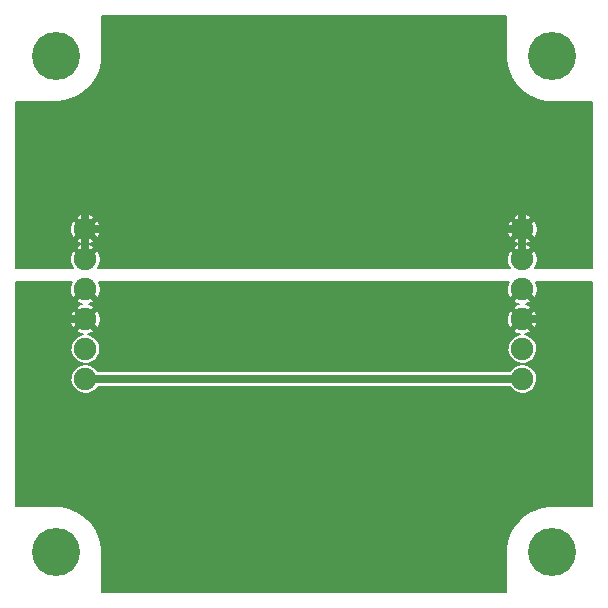
<source format=gbl>
G04 (created by PCBNEW (2013-01-02 BZR 3881)-testing) date Wed 02 Jan 2013 08:30:19 PM CET*
%MOIN*%
G04 Gerber Fmt 3.4, Leading zero omitted, Abs format*
%FSLAX34Y34*%
G01*
G70*
G90*
G04 APERTURE LIST*
%ADD10C,2.3622e-06*%
%ADD11C,0.16*%
%ADD12R,0.025X0.025*%
%ADD13C,0.075*%
%ADD14C,0.025*%
%ADD15C,0.028*%
%ADD16C,0.00787402*%
%ADD17C,0.008*%
G04 APERTURE END LIST*
G54D10*
G54D11*
X42520Y-38976D03*
G54D12*
X34054Y-43936D03*
X34448Y-43936D03*
X34408Y-43621D03*
X34094Y-43621D03*
X34251Y-43818D03*
X34251Y-44015D03*
G54D13*
X41535Y-47744D03*
X41535Y-46744D03*
X41535Y-48744D03*
X41535Y-49744D03*
X41535Y-45744D03*
X41535Y-44744D03*
X26969Y-46744D03*
X26969Y-47744D03*
X26969Y-45744D03*
X26969Y-44744D03*
X26969Y-48744D03*
X26969Y-49744D03*
G54D11*
X25984Y-55512D03*
X42520Y-55512D03*
X25984Y-38976D03*
G54D14*
X37401Y-49744D03*
X36076Y-42983D03*
X34802Y-41929D03*
X36950Y-43926D03*
X35950Y-43926D03*
X42894Y-41339D03*
X26358Y-41339D03*
X42894Y-42421D03*
X26358Y-42421D03*
G54D15*
X37401Y-49744D02*
X37401Y-49744D01*
X26969Y-49744D02*
X37401Y-49744D01*
X37401Y-49744D02*
X41535Y-49744D01*
X36079Y-42980D02*
X36080Y-42980D01*
X36076Y-42983D02*
X36079Y-42980D01*
X34800Y-41932D02*
X34800Y-41940D01*
X34802Y-41929D02*
X34800Y-41932D01*
X36944Y-43920D02*
X36940Y-43920D01*
X36950Y-43926D02*
X36944Y-43920D01*
X35960Y-43920D02*
X35956Y-43920D01*
X35956Y-43920D02*
X35950Y-43926D01*
X42895Y-41340D02*
X42900Y-41340D01*
X42894Y-41339D02*
X42895Y-41340D01*
X26359Y-41340D02*
X26360Y-41340D01*
X26358Y-41339D02*
X26359Y-41340D01*
X34251Y-43818D02*
X34251Y-44744D01*
X34251Y-44744D02*
X34251Y-44685D01*
X26969Y-44744D02*
X34251Y-44744D01*
X34251Y-44744D02*
X41535Y-44744D01*
X41535Y-43780D02*
X41535Y-44744D01*
X42894Y-42421D02*
X41535Y-43780D01*
X26969Y-43032D02*
X26969Y-44744D01*
X26358Y-42421D02*
X26969Y-43032D01*
X26969Y-45744D02*
X26969Y-44744D01*
X41342Y-45551D02*
X41535Y-45744D01*
X41535Y-44744D02*
X41535Y-44724D01*
X41535Y-44744D02*
X41535Y-45744D01*
X26969Y-47744D02*
X26468Y-47744D01*
X42232Y-47744D02*
X41535Y-47744D01*
X42913Y-48425D02*
X42232Y-47744D01*
X42913Y-50590D02*
X42913Y-48425D01*
X41929Y-51574D02*
X42913Y-50590D01*
X26574Y-51574D02*
X41929Y-51574D01*
X25590Y-50590D02*
X26574Y-51574D01*
X25590Y-48622D02*
X25590Y-50590D01*
X26468Y-47744D02*
X25590Y-48622D01*
G54D10*
G36*
X43858Y-40503D02*
X43858Y-46023D01*
X41956Y-46023D01*
X41950Y-46018D01*
X41985Y-45996D01*
X42026Y-45904D01*
X42048Y-45805D01*
X42050Y-45704D01*
X42050Y-44704D01*
X42032Y-44605D01*
X41996Y-44511D01*
X41985Y-44491D01*
X41916Y-44448D01*
X41830Y-44534D01*
X41830Y-44362D01*
X41787Y-44293D01*
X41695Y-44252D01*
X41596Y-44230D01*
X41495Y-44228D01*
X41396Y-44246D01*
X41302Y-44282D01*
X41282Y-44293D01*
X41239Y-44362D01*
X41535Y-44658D01*
X41830Y-44362D01*
X41830Y-44534D01*
X41620Y-44744D01*
X41916Y-45039D01*
X41985Y-44996D01*
X42026Y-44904D01*
X42048Y-44805D01*
X42050Y-44704D01*
X42050Y-45704D01*
X42032Y-45605D01*
X41996Y-45511D01*
X41985Y-45491D01*
X41916Y-45448D01*
X41830Y-45534D01*
X41830Y-45362D01*
X41787Y-45293D01*
X41695Y-45252D01*
X41658Y-45244D01*
X41673Y-45241D01*
X41767Y-45205D01*
X41787Y-45194D01*
X41830Y-45125D01*
X41535Y-44829D01*
X41449Y-44915D01*
X41449Y-44744D01*
X41153Y-44448D01*
X41084Y-44491D01*
X41043Y-44583D01*
X41021Y-44682D01*
X41019Y-44783D01*
X41037Y-44882D01*
X41073Y-44976D01*
X41084Y-44996D01*
X41153Y-45039D01*
X41449Y-44744D01*
X41449Y-44915D01*
X41239Y-45125D01*
X41282Y-45194D01*
X41374Y-45235D01*
X41411Y-45243D01*
X41396Y-45246D01*
X41302Y-45282D01*
X41282Y-45293D01*
X41239Y-45362D01*
X41535Y-45658D01*
X41830Y-45362D01*
X41830Y-45534D01*
X41648Y-45716D01*
X41620Y-45744D01*
X41535Y-45829D01*
X41449Y-45744D01*
X41421Y-45716D01*
X41153Y-45448D01*
X41084Y-45491D01*
X41043Y-45583D01*
X41021Y-45682D01*
X41019Y-45783D01*
X41037Y-45882D01*
X41073Y-45976D01*
X41084Y-45996D01*
X41119Y-46018D01*
X41113Y-46023D01*
X27390Y-46023D01*
X27384Y-46018D01*
X27419Y-45996D01*
X27460Y-45904D01*
X27482Y-45805D01*
X27484Y-45704D01*
X27484Y-44704D01*
X27466Y-44605D01*
X27430Y-44511D01*
X27419Y-44491D01*
X27350Y-44448D01*
X27264Y-44534D01*
X27264Y-44362D01*
X27221Y-44293D01*
X27129Y-44252D01*
X27030Y-44230D01*
X26929Y-44228D01*
X26830Y-44246D01*
X26736Y-44282D01*
X26716Y-44293D01*
X26673Y-44362D01*
X26969Y-44658D01*
X27264Y-44362D01*
X27264Y-44534D01*
X27054Y-44744D01*
X27350Y-45039D01*
X27419Y-44996D01*
X27460Y-44904D01*
X27482Y-44805D01*
X27484Y-44704D01*
X27484Y-45704D01*
X27466Y-45605D01*
X27430Y-45511D01*
X27419Y-45491D01*
X27350Y-45448D01*
X27264Y-45534D01*
X27264Y-45362D01*
X27221Y-45293D01*
X27129Y-45252D01*
X27092Y-45244D01*
X27107Y-45241D01*
X27201Y-45205D01*
X27221Y-45194D01*
X27264Y-45125D01*
X26969Y-44829D01*
X26883Y-44915D01*
X26883Y-44744D01*
X26587Y-44448D01*
X26518Y-44491D01*
X26477Y-44583D01*
X26455Y-44682D01*
X26453Y-44783D01*
X26471Y-44882D01*
X26507Y-44976D01*
X26518Y-44996D01*
X26587Y-45039D01*
X26883Y-44744D01*
X26883Y-44915D01*
X26673Y-45125D01*
X26716Y-45194D01*
X26808Y-45235D01*
X26845Y-45243D01*
X26830Y-45246D01*
X26736Y-45282D01*
X26716Y-45293D01*
X26673Y-45362D01*
X26969Y-45658D01*
X27264Y-45362D01*
X27264Y-45534D01*
X27082Y-45716D01*
X27054Y-45744D01*
X26969Y-45829D01*
X26968Y-45829D01*
X26883Y-45744D01*
X26855Y-45716D01*
X26587Y-45448D01*
X26518Y-45491D01*
X26477Y-45583D01*
X26455Y-45682D01*
X26453Y-45783D01*
X26471Y-45882D01*
X26507Y-45976D01*
X26518Y-45996D01*
X26553Y-46018D01*
X26547Y-46023D01*
X24645Y-46023D01*
X24645Y-40503D01*
X25945Y-40503D01*
X26101Y-40507D01*
X26396Y-40455D01*
X26676Y-40346D01*
X26929Y-40186D01*
X27146Y-39979D01*
X27319Y-39734D01*
X27441Y-39460D01*
X27507Y-39168D01*
X27509Y-39015D01*
X27511Y-39015D01*
X27511Y-38869D01*
X27512Y-38826D01*
X27511Y-38823D01*
X27511Y-37637D01*
X40992Y-37637D01*
X40992Y-38926D01*
X40989Y-39104D01*
X41043Y-39399D01*
X41154Y-39677D01*
X41316Y-39929D01*
X41524Y-40145D01*
X41770Y-40316D01*
X42045Y-40436D01*
X42338Y-40500D01*
X42480Y-40503D01*
X42480Y-40503D01*
X42481Y-40503D01*
X42637Y-40507D01*
X42656Y-40503D01*
X43858Y-40503D01*
X43858Y-40503D01*
G37*
G54D16*
X43858Y-40503D02*
X43858Y-46023D01*
X41956Y-46023D01*
X41950Y-46018D01*
X41985Y-45996D01*
X42026Y-45904D01*
X42048Y-45805D01*
X42050Y-45704D01*
X42050Y-44704D01*
X42032Y-44605D01*
X41996Y-44511D01*
X41985Y-44491D01*
X41916Y-44448D01*
X41830Y-44534D01*
X41830Y-44362D01*
X41787Y-44293D01*
X41695Y-44252D01*
X41596Y-44230D01*
X41495Y-44228D01*
X41396Y-44246D01*
X41302Y-44282D01*
X41282Y-44293D01*
X41239Y-44362D01*
X41535Y-44658D01*
X41830Y-44362D01*
X41830Y-44534D01*
X41620Y-44744D01*
X41916Y-45039D01*
X41985Y-44996D01*
X42026Y-44904D01*
X42048Y-44805D01*
X42050Y-44704D01*
X42050Y-45704D01*
X42032Y-45605D01*
X41996Y-45511D01*
X41985Y-45491D01*
X41916Y-45448D01*
X41830Y-45534D01*
X41830Y-45362D01*
X41787Y-45293D01*
X41695Y-45252D01*
X41658Y-45244D01*
X41673Y-45241D01*
X41767Y-45205D01*
X41787Y-45194D01*
X41830Y-45125D01*
X41535Y-44829D01*
X41449Y-44915D01*
X41449Y-44744D01*
X41153Y-44448D01*
X41084Y-44491D01*
X41043Y-44583D01*
X41021Y-44682D01*
X41019Y-44783D01*
X41037Y-44882D01*
X41073Y-44976D01*
X41084Y-44996D01*
X41153Y-45039D01*
X41449Y-44744D01*
X41449Y-44915D01*
X41239Y-45125D01*
X41282Y-45194D01*
X41374Y-45235D01*
X41411Y-45243D01*
X41396Y-45246D01*
X41302Y-45282D01*
X41282Y-45293D01*
X41239Y-45362D01*
X41535Y-45658D01*
X41830Y-45362D01*
X41830Y-45534D01*
X41648Y-45716D01*
X41620Y-45744D01*
X41535Y-45829D01*
X41449Y-45744D01*
X41421Y-45716D01*
X41153Y-45448D01*
X41084Y-45491D01*
X41043Y-45583D01*
X41021Y-45682D01*
X41019Y-45783D01*
X41037Y-45882D01*
X41073Y-45976D01*
X41084Y-45996D01*
X41119Y-46018D01*
X41113Y-46023D01*
X27390Y-46023D01*
X27384Y-46018D01*
X27419Y-45996D01*
X27460Y-45904D01*
X27482Y-45805D01*
X27484Y-45704D01*
X27484Y-44704D01*
X27466Y-44605D01*
X27430Y-44511D01*
X27419Y-44491D01*
X27350Y-44448D01*
X27264Y-44534D01*
X27264Y-44362D01*
X27221Y-44293D01*
X27129Y-44252D01*
X27030Y-44230D01*
X26929Y-44228D01*
X26830Y-44246D01*
X26736Y-44282D01*
X26716Y-44293D01*
X26673Y-44362D01*
X26969Y-44658D01*
X27264Y-44362D01*
X27264Y-44534D01*
X27054Y-44744D01*
X27350Y-45039D01*
X27419Y-44996D01*
X27460Y-44904D01*
X27482Y-44805D01*
X27484Y-44704D01*
X27484Y-45704D01*
X27466Y-45605D01*
X27430Y-45511D01*
X27419Y-45491D01*
X27350Y-45448D01*
X27264Y-45534D01*
X27264Y-45362D01*
X27221Y-45293D01*
X27129Y-45252D01*
X27092Y-45244D01*
X27107Y-45241D01*
X27201Y-45205D01*
X27221Y-45194D01*
X27264Y-45125D01*
X26969Y-44829D01*
X26883Y-44915D01*
X26883Y-44744D01*
X26587Y-44448D01*
X26518Y-44491D01*
X26477Y-44583D01*
X26455Y-44682D01*
X26453Y-44783D01*
X26471Y-44882D01*
X26507Y-44976D01*
X26518Y-44996D01*
X26587Y-45039D01*
X26883Y-44744D01*
X26883Y-44915D01*
X26673Y-45125D01*
X26716Y-45194D01*
X26808Y-45235D01*
X26845Y-45243D01*
X26830Y-45246D01*
X26736Y-45282D01*
X26716Y-45293D01*
X26673Y-45362D01*
X26969Y-45658D01*
X27264Y-45362D01*
X27264Y-45534D01*
X27082Y-45716D01*
X27054Y-45744D01*
X26969Y-45829D01*
X26968Y-45829D01*
X26883Y-45744D01*
X26855Y-45716D01*
X26587Y-45448D01*
X26518Y-45491D01*
X26477Y-45583D01*
X26455Y-45682D01*
X26453Y-45783D01*
X26471Y-45882D01*
X26507Y-45976D01*
X26518Y-45996D01*
X26553Y-46018D01*
X26547Y-46023D01*
X24645Y-46023D01*
X24645Y-40503D01*
X25945Y-40503D01*
X26101Y-40507D01*
X26396Y-40455D01*
X26676Y-40346D01*
X26929Y-40186D01*
X27146Y-39979D01*
X27319Y-39734D01*
X27441Y-39460D01*
X27507Y-39168D01*
X27509Y-39015D01*
X27511Y-39015D01*
X27511Y-38869D01*
X27512Y-38826D01*
X27511Y-38823D01*
X27511Y-37637D01*
X40992Y-37637D01*
X40992Y-38926D01*
X40989Y-39104D01*
X41043Y-39399D01*
X41154Y-39677D01*
X41316Y-39929D01*
X41524Y-40145D01*
X41770Y-40316D01*
X42045Y-40436D01*
X42338Y-40500D01*
X42480Y-40503D01*
X42480Y-40503D01*
X42481Y-40503D01*
X42637Y-40507D01*
X42656Y-40503D01*
X43858Y-40503D01*
G54D10*
G36*
X43857Y-53983D02*
X42620Y-53983D01*
X42380Y-53981D01*
X42086Y-54038D01*
X42051Y-54052D01*
X42051Y-47705D01*
X42033Y-47606D01*
X41997Y-47511D01*
X41986Y-47490D01*
X41915Y-47447D01*
X41831Y-47532D01*
X41831Y-47363D01*
X41788Y-47292D01*
X41696Y-47252D01*
X41662Y-47244D01*
X41672Y-47242D01*
X41767Y-47206D01*
X41788Y-47195D01*
X41831Y-47124D01*
X41535Y-46828D01*
X41238Y-47124D01*
X41281Y-47195D01*
X41373Y-47235D01*
X41407Y-47243D01*
X41397Y-47245D01*
X41302Y-47281D01*
X41281Y-47292D01*
X41238Y-47363D01*
X41535Y-47659D01*
X41831Y-47363D01*
X41831Y-47532D01*
X41619Y-47744D01*
X41915Y-48040D01*
X41986Y-47997D01*
X42026Y-47905D01*
X42048Y-47806D01*
X42051Y-47705D01*
X42051Y-54052D01*
X42030Y-54060D01*
X42030Y-49695D01*
X42030Y-48695D01*
X42011Y-48600D01*
X41974Y-48510D01*
X41920Y-48429D01*
X41852Y-48360D01*
X41771Y-48306D01*
X41682Y-48268D01*
X41609Y-48253D01*
X41672Y-48242D01*
X41767Y-48206D01*
X41788Y-48195D01*
X41831Y-48124D01*
X41535Y-47828D01*
X41450Y-47913D01*
X41450Y-47744D01*
X41154Y-47447D01*
X41083Y-47490D01*
X41043Y-47582D01*
X41021Y-47681D01*
X41018Y-47782D01*
X41036Y-47881D01*
X41072Y-47976D01*
X41083Y-47997D01*
X41154Y-48040D01*
X41450Y-47744D01*
X41450Y-47913D01*
X41238Y-48124D01*
X41281Y-48195D01*
X41373Y-48235D01*
X41458Y-48254D01*
X41394Y-48266D01*
X41304Y-48303D01*
X41223Y-48356D01*
X41153Y-48424D01*
X41099Y-48504D01*
X41060Y-48593D01*
X41040Y-48688D01*
X41039Y-48785D01*
X41056Y-48881D01*
X41092Y-48971D01*
X41145Y-49052D01*
X41212Y-49122D01*
X41292Y-49178D01*
X41381Y-49217D01*
X41476Y-49237D01*
X41573Y-49239D01*
X41668Y-49223D01*
X41759Y-49187D01*
X41841Y-49135D01*
X41911Y-49069D01*
X41967Y-48989D01*
X42006Y-48901D01*
X42028Y-48806D01*
X42030Y-48695D01*
X42030Y-49695D01*
X42011Y-49600D01*
X41974Y-49510D01*
X41920Y-49429D01*
X41852Y-49360D01*
X41771Y-49306D01*
X41682Y-49268D01*
X41586Y-49249D01*
X41489Y-49248D01*
X41394Y-49266D01*
X41304Y-49303D01*
X41223Y-49356D01*
X41153Y-49424D01*
X41113Y-49484D01*
X37401Y-49484D01*
X27485Y-49484D01*
X27485Y-47705D01*
X27467Y-47606D01*
X27431Y-47511D01*
X27420Y-47490D01*
X27349Y-47447D01*
X27265Y-47532D01*
X27265Y-47363D01*
X27222Y-47292D01*
X27130Y-47252D01*
X27096Y-47244D01*
X27106Y-47242D01*
X27201Y-47206D01*
X27222Y-47195D01*
X27265Y-47124D01*
X26969Y-46828D01*
X26672Y-47124D01*
X26715Y-47195D01*
X26807Y-47235D01*
X26841Y-47243D01*
X26831Y-47245D01*
X26736Y-47281D01*
X26715Y-47292D01*
X26672Y-47363D01*
X26969Y-47659D01*
X27265Y-47363D01*
X27265Y-47532D01*
X27053Y-47744D01*
X27349Y-48040D01*
X27420Y-47997D01*
X27460Y-47905D01*
X27482Y-47806D01*
X27485Y-47705D01*
X27485Y-49484D01*
X27464Y-49484D01*
X27464Y-48695D01*
X27445Y-48600D01*
X27408Y-48510D01*
X27354Y-48429D01*
X27286Y-48360D01*
X27205Y-48306D01*
X27116Y-48268D01*
X27043Y-48253D01*
X27106Y-48242D01*
X27201Y-48206D01*
X27222Y-48195D01*
X27265Y-48124D01*
X26969Y-47828D01*
X26884Y-47913D01*
X26884Y-47744D01*
X26588Y-47447D01*
X26517Y-47490D01*
X26477Y-47582D01*
X26455Y-47681D01*
X26452Y-47782D01*
X26470Y-47881D01*
X26506Y-47976D01*
X26517Y-47997D01*
X26588Y-48040D01*
X26884Y-47744D01*
X26884Y-47913D01*
X26672Y-48124D01*
X26715Y-48195D01*
X26807Y-48235D01*
X26892Y-48254D01*
X26828Y-48266D01*
X26738Y-48303D01*
X26657Y-48356D01*
X26587Y-48424D01*
X26533Y-48504D01*
X26494Y-48593D01*
X26474Y-48688D01*
X26473Y-48785D01*
X26490Y-48881D01*
X26526Y-48971D01*
X26579Y-49052D01*
X26646Y-49122D01*
X26726Y-49178D01*
X26815Y-49217D01*
X26910Y-49237D01*
X27007Y-49239D01*
X27102Y-49223D01*
X27193Y-49187D01*
X27275Y-49135D01*
X27345Y-49069D01*
X27401Y-48989D01*
X27440Y-48901D01*
X27462Y-48806D01*
X27464Y-48695D01*
X27464Y-49484D01*
X27390Y-49484D01*
X27354Y-49429D01*
X27286Y-49360D01*
X27205Y-49306D01*
X27116Y-49268D01*
X27020Y-49249D01*
X26923Y-49248D01*
X26828Y-49266D01*
X26738Y-49303D01*
X26657Y-49356D01*
X26587Y-49424D01*
X26533Y-49504D01*
X26494Y-49593D01*
X26474Y-49688D01*
X26473Y-49785D01*
X26490Y-49881D01*
X26526Y-49971D01*
X26579Y-50052D01*
X26646Y-50122D01*
X26726Y-50178D01*
X26815Y-50217D01*
X26910Y-50237D01*
X27007Y-50239D01*
X27102Y-50223D01*
X27193Y-50187D01*
X27275Y-50135D01*
X27345Y-50069D01*
X27391Y-50004D01*
X37398Y-50004D01*
X37399Y-50004D01*
X37400Y-50004D01*
X37401Y-50004D01*
X41113Y-50004D01*
X41145Y-50052D01*
X41212Y-50122D01*
X41292Y-50178D01*
X41381Y-50217D01*
X41476Y-50237D01*
X41573Y-50239D01*
X41668Y-50223D01*
X41759Y-50187D01*
X41841Y-50135D01*
X41911Y-50069D01*
X41967Y-49989D01*
X42006Y-49901D01*
X42028Y-49806D01*
X42030Y-49695D01*
X42030Y-54060D01*
X41808Y-54150D01*
X41557Y-54314D01*
X41343Y-54524D01*
X41173Y-54771D01*
X41055Y-55047D01*
X40993Y-55340D01*
X40989Y-55640D01*
X40991Y-55654D01*
X40991Y-56850D01*
X27512Y-56850D01*
X27512Y-55471D01*
X27511Y-55471D01*
X27513Y-55362D01*
X27454Y-55067D01*
X27340Y-54790D01*
X27174Y-54540D01*
X26963Y-54328D01*
X26714Y-54160D01*
X26438Y-54044D01*
X26144Y-53984D01*
X25844Y-53981D01*
X25835Y-53983D01*
X24646Y-53983D01*
X24646Y-46496D01*
X26515Y-46496D01*
X26477Y-46582D01*
X26455Y-46681D01*
X26452Y-46782D01*
X26470Y-46881D01*
X26506Y-46976D01*
X26517Y-46997D01*
X26588Y-47040D01*
X26855Y-46772D01*
X26855Y-46772D01*
X26884Y-46744D01*
X26969Y-46659D01*
X27053Y-46744D01*
X27082Y-46772D01*
X27349Y-47040D01*
X27420Y-46997D01*
X27460Y-46905D01*
X27482Y-46806D01*
X27485Y-46705D01*
X27467Y-46606D01*
X27431Y-46511D01*
X27423Y-46496D01*
X41081Y-46496D01*
X41043Y-46582D01*
X41021Y-46681D01*
X41018Y-46782D01*
X41036Y-46881D01*
X41072Y-46976D01*
X41083Y-46997D01*
X41154Y-47040D01*
X41421Y-46772D01*
X41450Y-46744D01*
X41535Y-46659D01*
X41619Y-46744D01*
X41648Y-46772D01*
X41915Y-47040D01*
X41986Y-46997D01*
X42026Y-46905D01*
X42048Y-46806D01*
X42051Y-46705D01*
X42033Y-46606D01*
X41997Y-46511D01*
X41989Y-46496D01*
X43857Y-46496D01*
X43857Y-53983D01*
X43857Y-53983D01*
G37*
G54D17*
X43857Y-53983D02*
X42620Y-53983D01*
X42380Y-53981D01*
X42086Y-54038D01*
X42051Y-54052D01*
X42051Y-47705D01*
X42033Y-47606D01*
X41997Y-47511D01*
X41986Y-47490D01*
X41915Y-47447D01*
X41831Y-47532D01*
X41831Y-47363D01*
X41788Y-47292D01*
X41696Y-47252D01*
X41662Y-47244D01*
X41672Y-47242D01*
X41767Y-47206D01*
X41788Y-47195D01*
X41831Y-47124D01*
X41535Y-46828D01*
X41238Y-47124D01*
X41281Y-47195D01*
X41373Y-47235D01*
X41407Y-47243D01*
X41397Y-47245D01*
X41302Y-47281D01*
X41281Y-47292D01*
X41238Y-47363D01*
X41535Y-47659D01*
X41831Y-47363D01*
X41831Y-47532D01*
X41619Y-47744D01*
X41915Y-48040D01*
X41986Y-47997D01*
X42026Y-47905D01*
X42048Y-47806D01*
X42051Y-47705D01*
X42051Y-54052D01*
X42030Y-54060D01*
X42030Y-49695D01*
X42030Y-48695D01*
X42011Y-48600D01*
X41974Y-48510D01*
X41920Y-48429D01*
X41852Y-48360D01*
X41771Y-48306D01*
X41682Y-48268D01*
X41609Y-48253D01*
X41672Y-48242D01*
X41767Y-48206D01*
X41788Y-48195D01*
X41831Y-48124D01*
X41535Y-47828D01*
X41450Y-47913D01*
X41450Y-47744D01*
X41154Y-47447D01*
X41083Y-47490D01*
X41043Y-47582D01*
X41021Y-47681D01*
X41018Y-47782D01*
X41036Y-47881D01*
X41072Y-47976D01*
X41083Y-47997D01*
X41154Y-48040D01*
X41450Y-47744D01*
X41450Y-47913D01*
X41238Y-48124D01*
X41281Y-48195D01*
X41373Y-48235D01*
X41458Y-48254D01*
X41394Y-48266D01*
X41304Y-48303D01*
X41223Y-48356D01*
X41153Y-48424D01*
X41099Y-48504D01*
X41060Y-48593D01*
X41040Y-48688D01*
X41039Y-48785D01*
X41056Y-48881D01*
X41092Y-48971D01*
X41145Y-49052D01*
X41212Y-49122D01*
X41292Y-49178D01*
X41381Y-49217D01*
X41476Y-49237D01*
X41573Y-49239D01*
X41668Y-49223D01*
X41759Y-49187D01*
X41841Y-49135D01*
X41911Y-49069D01*
X41967Y-48989D01*
X42006Y-48901D01*
X42028Y-48806D01*
X42030Y-48695D01*
X42030Y-49695D01*
X42011Y-49600D01*
X41974Y-49510D01*
X41920Y-49429D01*
X41852Y-49360D01*
X41771Y-49306D01*
X41682Y-49268D01*
X41586Y-49249D01*
X41489Y-49248D01*
X41394Y-49266D01*
X41304Y-49303D01*
X41223Y-49356D01*
X41153Y-49424D01*
X41113Y-49484D01*
X37401Y-49484D01*
X27485Y-49484D01*
X27485Y-47705D01*
X27467Y-47606D01*
X27431Y-47511D01*
X27420Y-47490D01*
X27349Y-47447D01*
X27265Y-47532D01*
X27265Y-47363D01*
X27222Y-47292D01*
X27130Y-47252D01*
X27096Y-47244D01*
X27106Y-47242D01*
X27201Y-47206D01*
X27222Y-47195D01*
X27265Y-47124D01*
X26969Y-46828D01*
X26672Y-47124D01*
X26715Y-47195D01*
X26807Y-47235D01*
X26841Y-47243D01*
X26831Y-47245D01*
X26736Y-47281D01*
X26715Y-47292D01*
X26672Y-47363D01*
X26969Y-47659D01*
X27265Y-47363D01*
X27265Y-47532D01*
X27053Y-47744D01*
X27349Y-48040D01*
X27420Y-47997D01*
X27460Y-47905D01*
X27482Y-47806D01*
X27485Y-47705D01*
X27485Y-49484D01*
X27464Y-49484D01*
X27464Y-48695D01*
X27445Y-48600D01*
X27408Y-48510D01*
X27354Y-48429D01*
X27286Y-48360D01*
X27205Y-48306D01*
X27116Y-48268D01*
X27043Y-48253D01*
X27106Y-48242D01*
X27201Y-48206D01*
X27222Y-48195D01*
X27265Y-48124D01*
X26969Y-47828D01*
X26884Y-47913D01*
X26884Y-47744D01*
X26588Y-47447D01*
X26517Y-47490D01*
X26477Y-47582D01*
X26455Y-47681D01*
X26452Y-47782D01*
X26470Y-47881D01*
X26506Y-47976D01*
X26517Y-47997D01*
X26588Y-48040D01*
X26884Y-47744D01*
X26884Y-47913D01*
X26672Y-48124D01*
X26715Y-48195D01*
X26807Y-48235D01*
X26892Y-48254D01*
X26828Y-48266D01*
X26738Y-48303D01*
X26657Y-48356D01*
X26587Y-48424D01*
X26533Y-48504D01*
X26494Y-48593D01*
X26474Y-48688D01*
X26473Y-48785D01*
X26490Y-48881D01*
X26526Y-48971D01*
X26579Y-49052D01*
X26646Y-49122D01*
X26726Y-49178D01*
X26815Y-49217D01*
X26910Y-49237D01*
X27007Y-49239D01*
X27102Y-49223D01*
X27193Y-49187D01*
X27275Y-49135D01*
X27345Y-49069D01*
X27401Y-48989D01*
X27440Y-48901D01*
X27462Y-48806D01*
X27464Y-48695D01*
X27464Y-49484D01*
X27390Y-49484D01*
X27354Y-49429D01*
X27286Y-49360D01*
X27205Y-49306D01*
X27116Y-49268D01*
X27020Y-49249D01*
X26923Y-49248D01*
X26828Y-49266D01*
X26738Y-49303D01*
X26657Y-49356D01*
X26587Y-49424D01*
X26533Y-49504D01*
X26494Y-49593D01*
X26474Y-49688D01*
X26473Y-49785D01*
X26490Y-49881D01*
X26526Y-49971D01*
X26579Y-50052D01*
X26646Y-50122D01*
X26726Y-50178D01*
X26815Y-50217D01*
X26910Y-50237D01*
X27007Y-50239D01*
X27102Y-50223D01*
X27193Y-50187D01*
X27275Y-50135D01*
X27345Y-50069D01*
X27391Y-50004D01*
X37398Y-50004D01*
X37399Y-50004D01*
X37400Y-50004D01*
X37401Y-50004D01*
X41113Y-50004D01*
X41145Y-50052D01*
X41212Y-50122D01*
X41292Y-50178D01*
X41381Y-50217D01*
X41476Y-50237D01*
X41573Y-50239D01*
X41668Y-50223D01*
X41759Y-50187D01*
X41841Y-50135D01*
X41911Y-50069D01*
X41967Y-49989D01*
X42006Y-49901D01*
X42028Y-49806D01*
X42030Y-49695D01*
X42030Y-54060D01*
X41808Y-54150D01*
X41557Y-54314D01*
X41343Y-54524D01*
X41173Y-54771D01*
X41055Y-55047D01*
X40993Y-55340D01*
X40989Y-55640D01*
X40991Y-55654D01*
X40991Y-56850D01*
X27512Y-56850D01*
X27512Y-55471D01*
X27511Y-55471D01*
X27513Y-55362D01*
X27454Y-55067D01*
X27340Y-54790D01*
X27174Y-54540D01*
X26963Y-54328D01*
X26714Y-54160D01*
X26438Y-54044D01*
X26144Y-53984D01*
X25844Y-53981D01*
X25835Y-53983D01*
X24646Y-53983D01*
X24646Y-46496D01*
X26515Y-46496D01*
X26477Y-46582D01*
X26455Y-46681D01*
X26452Y-46782D01*
X26470Y-46881D01*
X26506Y-46976D01*
X26517Y-46997D01*
X26588Y-47040D01*
X26855Y-46772D01*
X26855Y-46772D01*
X26884Y-46744D01*
X26969Y-46659D01*
X27053Y-46744D01*
X27082Y-46772D01*
X27349Y-47040D01*
X27420Y-46997D01*
X27460Y-46905D01*
X27482Y-46806D01*
X27485Y-46705D01*
X27467Y-46606D01*
X27431Y-46511D01*
X27423Y-46496D01*
X41081Y-46496D01*
X41043Y-46582D01*
X41021Y-46681D01*
X41018Y-46782D01*
X41036Y-46881D01*
X41072Y-46976D01*
X41083Y-46997D01*
X41154Y-47040D01*
X41421Y-46772D01*
X41450Y-46744D01*
X41535Y-46659D01*
X41619Y-46744D01*
X41648Y-46772D01*
X41915Y-47040D01*
X41986Y-46997D01*
X42026Y-46905D01*
X42048Y-46806D01*
X42051Y-46705D01*
X42033Y-46606D01*
X41997Y-46511D01*
X41989Y-46496D01*
X43857Y-46496D01*
X43857Y-53983D01*
M02*

</source>
